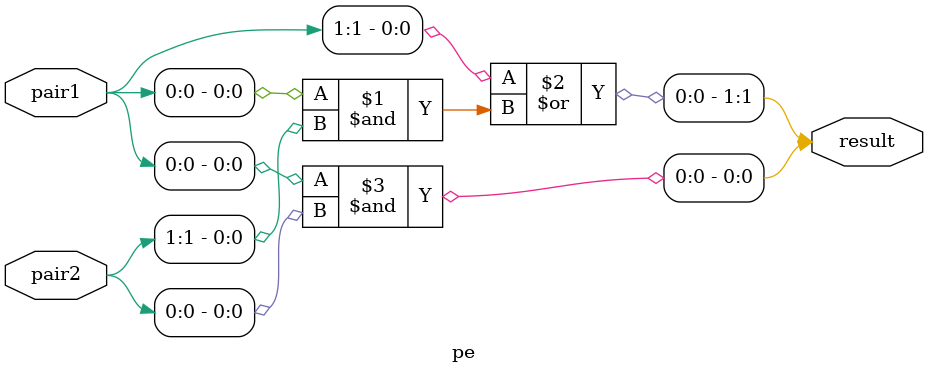
<source format=v>
module pe(input [1:0] pair1,pair2,output [1:0] result);
assign result[1]=pair1[1]|(pair1[0]&pair2[1]);//A+BC
assign result[0]=pair1[0]&pair2[0];//BD
endmodule

</source>
